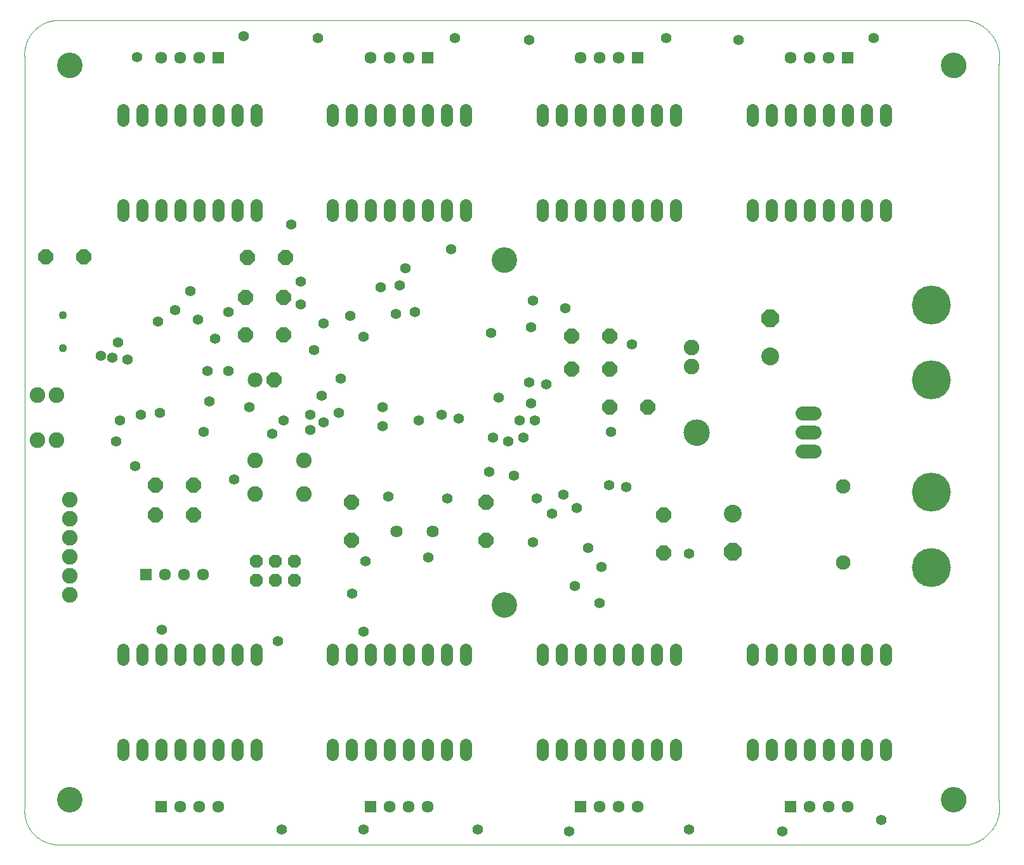
<source format=gbs>
G75*
%MOIN*%
%OFA0B0*%
%FSLAX25Y25*%
%IPPOS*%
%LPD*%
%AMOC8*
5,1,8,0,0,1.08239X$1,22.5*
%
%ADD10C,0.00000*%
%ADD11C,0.20485*%
%ADD12C,0.09400*%
%ADD13OC8,0.09400*%
%ADD14OC8,0.07800*%
%ADD15C,0.07600*%
%ADD16C,0.07200*%
%ADD17C,0.13800*%
%ADD18OC8,0.06940*%
%ADD19C,0.08200*%
%ADD20C,0.06400*%
%ADD21C,0.06350*%
%ADD22C,0.04343*%
%ADD23C,0.07800*%
%ADD24R,0.06350X0.06350*%
%ADD25C,0.06350*%
%ADD26C,0.13398*%
%ADD27C,0.05562*%
D10*
X0020337Y0001315D02*
X0500652Y0001315D01*
X0501127Y0001416D01*
X0501598Y0001528D01*
X0502068Y0001652D01*
X0502534Y0001787D01*
X0502996Y0001933D01*
X0503455Y0002090D01*
X0503910Y0002259D01*
X0504361Y0002438D01*
X0504807Y0002628D01*
X0505249Y0002829D01*
X0505685Y0003041D01*
X0506117Y0003263D01*
X0506542Y0003495D01*
X0506963Y0003737D01*
X0507377Y0003990D01*
X0507785Y0004253D01*
X0508186Y0004525D01*
X0508581Y0004807D01*
X0508969Y0005099D01*
X0509349Y0005399D01*
X0509722Y0005709D01*
X0510088Y0006028D01*
X0510446Y0006355D01*
X0510796Y0006691D01*
X0511138Y0007036D01*
X0511471Y0007389D01*
X0511795Y0007749D01*
X0512111Y0008117D01*
X0512418Y0008493D01*
X0512716Y0008876D01*
X0513004Y0009266D01*
X0513283Y0009663D01*
X0513552Y0010067D01*
X0513811Y0010477D01*
X0514060Y0010893D01*
X0514299Y0011315D01*
X0514528Y0011743D01*
X0514747Y0012176D01*
X0514955Y0012614D01*
X0515152Y0013058D01*
X0515339Y0013505D01*
X0515514Y0013958D01*
X0515679Y0014414D01*
X0515833Y0014874D01*
X0515975Y0015338D01*
X0516106Y0015805D01*
X0516226Y0016275D01*
X0516335Y0016748D01*
X0516432Y0017223D01*
X0516517Y0017701D01*
X0516591Y0018180D01*
X0516653Y0018661D01*
X0516704Y0019144D01*
X0516743Y0019627D01*
X0516770Y0020112D01*
X0516786Y0020597D01*
X0516790Y0021082D01*
X0516782Y0021567D01*
X0516762Y0022051D01*
X0516731Y0022536D01*
X0516688Y0023019D01*
X0516634Y0023501D01*
X0516567Y0023981D01*
X0516490Y0024460D01*
X0516400Y0024937D01*
X0516400Y0410764D01*
X0516490Y0411241D01*
X0516567Y0411720D01*
X0516634Y0412200D01*
X0516688Y0412682D01*
X0516731Y0413165D01*
X0516762Y0413650D01*
X0516782Y0414134D01*
X0516790Y0414619D01*
X0516786Y0415104D01*
X0516770Y0415589D01*
X0516743Y0416074D01*
X0516704Y0416557D01*
X0516653Y0417040D01*
X0516591Y0417521D01*
X0516517Y0418000D01*
X0516432Y0418478D01*
X0516335Y0418953D01*
X0516226Y0419426D01*
X0516106Y0419896D01*
X0515975Y0420363D01*
X0515833Y0420827D01*
X0515679Y0421287D01*
X0515514Y0421743D01*
X0515339Y0422196D01*
X0515152Y0422643D01*
X0514955Y0423087D01*
X0514747Y0423525D01*
X0514528Y0423958D01*
X0514299Y0424386D01*
X0514060Y0424808D01*
X0513811Y0425224D01*
X0513552Y0425634D01*
X0513283Y0426038D01*
X0513004Y0426435D01*
X0512716Y0426825D01*
X0512418Y0427208D01*
X0512111Y0427584D01*
X0511795Y0427952D01*
X0511471Y0428312D01*
X0511138Y0428665D01*
X0510796Y0429010D01*
X0510446Y0429346D01*
X0510088Y0429673D01*
X0509722Y0429992D01*
X0509349Y0430302D01*
X0508969Y0430602D01*
X0508581Y0430894D01*
X0508186Y0431176D01*
X0507785Y0431448D01*
X0507377Y0431711D01*
X0506963Y0431964D01*
X0506542Y0432206D01*
X0506117Y0432438D01*
X0505685Y0432660D01*
X0505249Y0432872D01*
X0504807Y0433073D01*
X0504361Y0433263D01*
X0503910Y0433442D01*
X0503455Y0433611D01*
X0502996Y0433768D01*
X0502534Y0433914D01*
X0502068Y0434049D01*
X0501598Y0434173D01*
X0501127Y0434285D01*
X0500652Y0434386D01*
X0020337Y0434386D01*
X0019903Y0434332D01*
X0019470Y0434268D01*
X0019039Y0434193D01*
X0018610Y0434108D01*
X0018184Y0434012D01*
X0017759Y0433905D01*
X0017338Y0433789D01*
X0016919Y0433661D01*
X0016503Y0433524D01*
X0016092Y0433377D01*
X0015683Y0433219D01*
X0015279Y0433052D01*
X0014879Y0432874D01*
X0014484Y0432687D01*
X0014093Y0432490D01*
X0013707Y0432284D01*
X0013327Y0432068D01*
X0012951Y0431843D01*
X0012582Y0431609D01*
X0012218Y0431366D01*
X0011861Y0431114D01*
X0011509Y0430853D01*
X0011164Y0430584D01*
X0010826Y0430306D01*
X0010495Y0430021D01*
X0010171Y0429727D01*
X0009854Y0429425D01*
X0009545Y0429116D01*
X0009243Y0428799D01*
X0008949Y0428474D01*
X0008664Y0428143D01*
X0008386Y0427805D01*
X0008117Y0427460D01*
X0007857Y0427108D01*
X0007605Y0426751D01*
X0007362Y0426387D01*
X0007128Y0426017D01*
X0006903Y0425642D01*
X0006687Y0425261D01*
X0006481Y0424875D01*
X0006285Y0424484D01*
X0006098Y0424089D01*
X0005920Y0423689D01*
X0005753Y0423285D01*
X0005596Y0422876D01*
X0005448Y0422464D01*
X0005311Y0422049D01*
X0005184Y0421630D01*
X0005068Y0421209D01*
X0004962Y0420784D01*
X0004866Y0420357D01*
X0004780Y0419928D01*
X0004706Y0419497D01*
X0004642Y0419064D01*
X0004588Y0418630D01*
X0004545Y0418195D01*
X0004513Y0417758D01*
X0004492Y0417321D01*
X0004481Y0416884D01*
X0004481Y0416446D01*
X0004492Y0416009D01*
X0004514Y0415572D01*
X0004546Y0415136D01*
X0004589Y0414700D01*
X0004589Y0414701D02*
X0004589Y0021000D01*
X0004546Y0020564D01*
X0004514Y0020128D01*
X0004492Y0019691D01*
X0004481Y0019254D01*
X0004481Y0018816D01*
X0004492Y0018379D01*
X0004513Y0017942D01*
X0004545Y0017505D01*
X0004588Y0017070D01*
X0004642Y0016636D01*
X0004706Y0016203D01*
X0004780Y0015772D01*
X0004866Y0015343D01*
X0004962Y0014916D01*
X0005068Y0014491D01*
X0005184Y0014070D01*
X0005311Y0013651D01*
X0005448Y0013236D01*
X0005596Y0012824D01*
X0005753Y0012415D01*
X0005920Y0012011D01*
X0006098Y0011611D01*
X0006285Y0011216D01*
X0006481Y0010825D01*
X0006687Y0010439D01*
X0006903Y0010058D01*
X0007128Y0009683D01*
X0007362Y0009313D01*
X0007605Y0008949D01*
X0007857Y0008592D01*
X0008117Y0008240D01*
X0008386Y0007895D01*
X0008664Y0007557D01*
X0008949Y0007226D01*
X0009243Y0006901D01*
X0009545Y0006584D01*
X0009854Y0006275D01*
X0010171Y0005973D01*
X0010495Y0005679D01*
X0010826Y0005394D01*
X0011164Y0005116D01*
X0011509Y0004847D01*
X0011861Y0004586D01*
X0012218Y0004334D01*
X0012582Y0004091D01*
X0012951Y0003857D01*
X0013327Y0003632D01*
X0013707Y0003416D01*
X0014093Y0003210D01*
X0014484Y0003013D01*
X0014879Y0002826D01*
X0015279Y0002648D01*
X0015683Y0002481D01*
X0016092Y0002323D01*
X0016503Y0002176D01*
X0016919Y0002039D01*
X0017338Y0001911D01*
X0017759Y0001795D01*
X0018184Y0001688D01*
X0018610Y0001592D01*
X0019039Y0001507D01*
X0019470Y0001432D01*
X0019903Y0001368D01*
X0020337Y0001314D01*
X0021912Y0024937D02*
X0021914Y0025095D01*
X0021920Y0025253D01*
X0021930Y0025411D01*
X0021944Y0025569D01*
X0021962Y0025726D01*
X0021983Y0025883D01*
X0022009Y0026039D01*
X0022039Y0026195D01*
X0022072Y0026350D01*
X0022110Y0026503D01*
X0022151Y0026656D01*
X0022196Y0026808D01*
X0022245Y0026959D01*
X0022298Y0027108D01*
X0022354Y0027256D01*
X0022414Y0027402D01*
X0022478Y0027547D01*
X0022546Y0027690D01*
X0022617Y0027832D01*
X0022691Y0027972D01*
X0022769Y0028109D01*
X0022851Y0028245D01*
X0022935Y0028379D01*
X0023024Y0028510D01*
X0023115Y0028639D01*
X0023210Y0028766D01*
X0023307Y0028891D01*
X0023408Y0029013D01*
X0023512Y0029132D01*
X0023619Y0029249D01*
X0023729Y0029363D01*
X0023842Y0029474D01*
X0023957Y0029583D01*
X0024075Y0029688D01*
X0024196Y0029790D01*
X0024319Y0029890D01*
X0024445Y0029986D01*
X0024573Y0030079D01*
X0024703Y0030169D01*
X0024836Y0030255D01*
X0024971Y0030339D01*
X0025107Y0030418D01*
X0025246Y0030495D01*
X0025387Y0030567D01*
X0025529Y0030637D01*
X0025673Y0030702D01*
X0025819Y0030764D01*
X0025966Y0030822D01*
X0026115Y0030877D01*
X0026265Y0030928D01*
X0026416Y0030975D01*
X0026568Y0031018D01*
X0026721Y0031057D01*
X0026876Y0031093D01*
X0027031Y0031124D01*
X0027187Y0031152D01*
X0027343Y0031176D01*
X0027500Y0031196D01*
X0027658Y0031212D01*
X0027815Y0031224D01*
X0027974Y0031232D01*
X0028132Y0031236D01*
X0028290Y0031236D01*
X0028448Y0031232D01*
X0028607Y0031224D01*
X0028764Y0031212D01*
X0028922Y0031196D01*
X0029079Y0031176D01*
X0029235Y0031152D01*
X0029391Y0031124D01*
X0029546Y0031093D01*
X0029701Y0031057D01*
X0029854Y0031018D01*
X0030006Y0030975D01*
X0030157Y0030928D01*
X0030307Y0030877D01*
X0030456Y0030822D01*
X0030603Y0030764D01*
X0030749Y0030702D01*
X0030893Y0030637D01*
X0031035Y0030567D01*
X0031176Y0030495D01*
X0031315Y0030418D01*
X0031451Y0030339D01*
X0031586Y0030255D01*
X0031719Y0030169D01*
X0031849Y0030079D01*
X0031977Y0029986D01*
X0032103Y0029890D01*
X0032226Y0029790D01*
X0032347Y0029688D01*
X0032465Y0029583D01*
X0032580Y0029474D01*
X0032693Y0029363D01*
X0032803Y0029249D01*
X0032910Y0029132D01*
X0033014Y0029013D01*
X0033115Y0028891D01*
X0033212Y0028766D01*
X0033307Y0028639D01*
X0033398Y0028510D01*
X0033487Y0028379D01*
X0033571Y0028245D01*
X0033653Y0028109D01*
X0033731Y0027972D01*
X0033805Y0027832D01*
X0033876Y0027690D01*
X0033944Y0027547D01*
X0034008Y0027402D01*
X0034068Y0027256D01*
X0034124Y0027108D01*
X0034177Y0026959D01*
X0034226Y0026808D01*
X0034271Y0026656D01*
X0034312Y0026503D01*
X0034350Y0026350D01*
X0034383Y0026195D01*
X0034413Y0026039D01*
X0034439Y0025883D01*
X0034460Y0025726D01*
X0034478Y0025569D01*
X0034492Y0025411D01*
X0034502Y0025253D01*
X0034508Y0025095D01*
X0034510Y0024937D01*
X0034508Y0024779D01*
X0034502Y0024621D01*
X0034492Y0024463D01*
X0034478Y0024305D01*
X0034460Y0024148D01*
X0034439Y0023991D01*
X0034413Y0023835D01*
X0034383Y0023679D01*
X0034350Y0023524D01*
X0034312Y0023371D01*
X0034271Y0023218D01*
X0034226Y0023066D01*
X0034177Y0022915D01*
X0034124Y0022766D01*
X0034068Y0022618D01*
X0034008Y0022472D01*
X0033944Y0022327D01*
X0033876Y0022184D01*
X0033805Y0022042D01*
X0033731Y0021902D01*
X0033653Y0021765D01*
X0033571Y0021629D01*
X0033487Y0021495D01*
X0033398Y0021364D01*
X0033307Y0021235D01*
X0033212Y0021108D01*
X0033115Y0020983D01*
X0033014Y0020861D01*
X0032910Y0020742D01*
X0032803Y0020625D01*
X0032693Y0020511D01*
X0032580Y0020400D01*
X0032465Y0020291D01*
X0032347Y0020186D01*
X0032226Y0020084D01*
X0032103Y0019984D01*
X0031977Y0019888D01*
X0031849Y0019795D01*
X0031719Y0019705D01*
X0031586Y0019619D01*
X0031451Y0019535D01*
X0031315Y0019456D01*
X0031176Y0019379D01*
X0031035Y0019307D01*
X0030893Y0019237D01*
X0030749Y0019172D01*
X0030603Y0019110D01*
X0030456Y0019052D01*
X0030307Y0018997D01*
X0030157Y0018946D01*
X0030006Y0018899D01*
X0029854Y0018856D01*
X0029701Y0018817D01*
X0029546Y0018781D01*
X0029391Y0018750D01*
X0029235Y0018722D01*
X0029079Y0018698D01*
X0028922Y0018678D01*
X0028764Y0018662D01*
X0028607Y0018650D01*
X0028448Y0018642D01*
X0028290Y0018638D01*
X0028132Y0018638D01*
X0027974Y0018642D01*
X0027815Y0018650D01*
X0027658Y0018662D01*
X0027500Y0018678D01*
X0027343Y0018698D01*
X0027187Y0018722D01*
X0027031Y0018750D01*
X0026876Y0018781D01*
X0026721Y0018817D01*
X0026568Y0018856D01*
X0026416Y0018899D01*
X0026265Y0018946D01*
X0026115Y0018997D01*
X0025966Y0019052D01*
X0025819Y0019110D01*
X0025673Y0019172D01*
X0025529Y0019237D01*
X0025387Y0019307D01*
X0025246Y0019379D01*
X0025107Y0019456D01*
X0024971Y0019535D01*
X0024836Y0019619D01*
X0024703Y0019705D01*
X0024573Y0019795D01*
X0024445Y0019888D01*
X0024319Y0019984D01*
X0024196Y0020084D01*
X0024075Y0020186D01*
X0023957Y0020291D01*
X0023842Y0020400D01*
X0023729Y0020511D01*
X0023619Y0020625D01*
X0023512Y0020742D01*
X0023408Y0020861D01*
X0023307Y0020983D01*
X0023210Y0021108D01*
X0023115Y0021235D01*
X0023024Y0021364D01*
X0022935Y0021495D01*
X0022851Y0021629D01*
X0022769Y0021765D01*
X0022691Y0021902D01*
X0022617Y0022042D01*
X0022546Y0022184D01*
X0022478Y0022327D01*
X0022414Y0022472D01*
X0022354Y0022618D01*
X0022298Y0022766D01*
X0022245Y0022915D01*
X0022196Y0023066D01*
X0022151Y0023218D01*
X0022110Y0023371D01*
X0022072Y0023524D01*
X0022039Y0023679D01*
X0022009Y0023835D01*
X0021983Y0023991D01*
X0021962Y0024148D01*
X0021944Y0024305D01*
X0021930Y0024463D01*
X0021920Y0024621D01*
X0021914Y0024779D01*
X0021912Y0024937D01*
X0250258Y0127299D02*
X0250260Y0127457D01*
X0250266Y0127615D01*
X0250276Y0127773D01*
X0250290Y0127931D01*
X0250308Y0128088D01*
X0250329Y0128245D01*
X0250355Y0128401D01*
X0250385Y0128557D01*
X0250418Y0128712D01*
X0250456Y0128865D01*
X0250497Y0129018D01*
X0250542Y0129170D01*
X0250591Y0129321D01*
X0250644Y0129470D01*
X0250700Y0129618D01*
X0250760Y0129764D01*
X0250824Y0129909D01*
X0250892Y0130052D01*
X0250963Y0130194D01*
X0251037Y0130334D01*
X0251115Y0130471D01*
X0251197Y0130607D01*
X0251281Y0130741D01*
X0251370Y0130872D01*
X0251461Y0131001D01*
X0251556Y0131128D01*
X0251653Y0131253D01*
X0251754Y0131375D01*
X0251858Y0131494D01*
X0251965Y0131611D01*
X0252075Y0131725D01*
X0252188Y0131836D01*
X0252303Y0131945D01*
X0252421Y0132050D01*
X0252542Y0132152D01*
X0252665Y0132252D01*
X0252791Y0132348D01*
X0252919Y0132441D01*
X0253049Y0132531D01*
X0253182Y0132617D01*
X0253317Y0132701D01*
X0253453Y0132780D01*
X0253592Y0132857D01*
X0253733Y0132929D01*
X0253875Y0132999D01*
X0254019Y0133064D01*
X0254165Y0133126D01*
X0254312Y0133184D01*
X0254461Y0133239D01*
X0254611Y0133290D01*
X0254762Y0133337D01*
X0254914Y0133380D01*
X0255067Y0133419D01*
X0255222Y0133455D01*
X0255377Y0133486D01*
X0255533Y0133514D01*
X0255689Y0133538D01*
X0255846Y0133558D01*
X0256004Y0133574D01*
X0256161Y0133586D01*
X0256320Y0133594D01*
X0256478Y0133598D01*
X0256636Y0133598D01*
X0256794Y0133594D01*
X0256953Y0133586D01*
X0257110Y0133574D01*
X0257268Y0133558D01*
X0257425Y0133538D01*
X0257581Y0133514D01*
X0257737Y0133486D01*
X0257892Y0133455D01*
X0258047Y0133419D01*
X0258200Y0133380D01*
X0258352Y0133337D01*
X0258503Y0133290D01*
X0258653Y0133239D01*
X0258802Y0133184D01*
X0258949Y0133126D01*
X0259095Y0133064D01*
X0259239Y0132999D01*
X0259381Y0132929D01*
X0259522Y0132857D01*
X0259661Y0132780D01*
X0259797Y0132701D01*
X0259932Y0132617D01*
X0260065Y0132531D01*
X0260195Y0132441D01*
X0260323Y0132348D01*
X0260449Y0132252D01*
X0260572Y0132152D01*
X0260693Y0132050D01*
X0260811Y0131945D01*
X0260926Y0131836D01*
X0261039Y0131725D01*
X0261149Y0131611D01*
X0261256Y0131494D01*
X0261360Y0131375D01*
X0261461Y0131253D01*
X0261558Y0131128D01*
X0261653Y0131001D01*
X0261744Y0130872D01*
X0261833Y0130741D01*
X0261917Y0130607D01*
X0261999Y0130471D01*
X0262077Y0130334D01*
X0262151Y0130194D01*
X0262222Y0130052D01*
X0262290Y0129909D01*
X0262354Y0129764D01*
X0262414Y0129618D01*
X0262470Y0129470D01*
X0262523Y0129321D01*
X0262572Y0129170D01*
X0262617Y0129018D01*
X0262658Y0128865D01*
X0262696Y0128712D01*
X0262729Y0128557D01*
X0262759Y0128401D01*
X0262785Y0128245D01*
X0262806Y0128088D01*
X0262824Y0127931D01*
X0262838Y0127773D01*
X0262848Y0127615D01*
X0262854Y0127457D01*
X0262856Y0127299D01*
X0262854Y0127141D01*
X0262848Y0126983D01*
X0262838Y0126825D01*
X0262824Y0126667D01*
X0262806Y0126510D01*
X0262785Y0126353D01*
X0262759Y0126197D01*
X0262729Y0126041D01*
X0262696Y0125886D01*
X0262658Y0125733D01*
X0262617Y0125580D01*
X0262572Y0125428D01*
X0262523Y0125277D01*
X0262470Y0125128D01*
X0262414Y0124980D01*
X0262354Y0124834D01*
X0262290Y0124689D01*
X0262222Y0124546D01*
X0262151Y0124404D01*
X0262077Y0124264D01*
X0261999Y0124127D01*
X0261917Y0123991D01*
X0261833Y0123857D01*
X0261744Y0123726D01*
X0261653Y0123597D01*
X0261558Y0123470D01*
X0261461Y0123345D01*
X0261360Y0123223D01*
X0261256Y0123104D01*
X0261149Y0122987D01*
X0261039Y0122873D01*
X0260926Y0122762D01*
X0260811Y0122653D01*
X0260693Y0122548D01*
X0260572Y0122446D01*
X0260449Y0122346D01*
X0260323Y0122250D01*
X0260195Y0122157D01*
X0260065Y0122067D01*
X0259932Y0121981D01*
X0259797Y0121897D01*
X0259661Y0121818D01*
X0259522Y0121741D01*
X0259381Y0121669D01*
X0259239Y0121599D01*
X0259095Y0121534D01*
X0258949Y0121472D01*
X0258802Y0121414D01*
X0258653Y0121359D01*
X0258503Y0121308D01*
X0258352Y0121261D01*
X0258200Y0121218D01*
X0258047Y0121179D01*
X0257892Y0121143D01*
X0257737Y0121112D01*
X0257581Y0121084D01*
X0257425Y0121060D01*
X0257268Y0121040D01*
X0257110Y0121024D01*
X0256953Y0121012D01*
X0256794Y0121004D01*
X0256636Y0121000D01*
X0256478Y0121000D01*
X0256320Y0121004D01*
X0256161Y0121012D01*
X0256004Y0121024D01*
X0255846Y0121040D01*
X0255689Y0121060D01*
X0255533Y0121084D01*
X0255377Y0121112D01*
X0255222Y0121143D01*
X0255067Y0121179D01*
X0254914Y0121218D01*
X0254762Y0121261D01*
X0254611Y0121308D01*
X0254461Y0121359D01*
X0254312Y0121414D01*
X0254165Y0121472D01*
X0254019Y0121534D01*
X0253875Y0121599D01*
X0253733Y0121669D01*
X0253592Y0121741D01*
X0253453Y0121818D01*
X0253317Y0121897D01*
X0253182Y0121981D01*
X0253049Y0122067D01*
X0252919Y0122157D01*
X0252791Y0122250D01*
X0252665Y0122346D01*
X0252542Y0122446D01*
X0252421Y0122548D01*
X0252303Y0122653D01*
X0252188Y0122762D01*
X0252075Y0122873D01*
X0251965Y0122987D01*
X0251858Y0123104D01*
X0251754Y0123223D01*
X0251653Y0123345D01*
X0251556Y0123470D01*
X0251461Y0123597D01*
X0251370Y0123726D01*
X0251281Y0123857D01*
X0251197Y0123991D01*
X0251115Y0124127D01*
X0251037Y0124264D01*
X0250963Y0124404D01*
X0250892Y0124546D01*
X0250824Y0124689D01*
X0250760Y0124834D01*
X0250700Y0124980D01*
X0250644Y0125128D01*
X0250591Y0125277D01*
X0250542Y0125428D01*
X0250497Y0125580D01*
X0250456Y0125733D01*
X0250418Y0125886D01*
X0250385Y0126041D01*
X0250355Y0126197D01*
X0250329Y0126353D01*
X0250308Y0126510D01*
X0250290Y0126667D01*
X0250276Y0126825D01*
X0250266Y0126983D01*
X0250260Y0127141D01*
X0250258Y0127299D01*
X0351136Y0217654D02*
X0351138Y0217815D01*
X0351144Y0217975D01*
X0351154Y0218136D01*
X0351168Y0218296D01*
X0351186Y0218456D01*
X0351207Y0218615D01*
X0351233Y0218774D01*
X0351263Y0218932D01*
X0351296Y0219089D01*
X0351334Y0219246D01*
X0351375Y0219401D01*
X0351420Y0219555D01*
X0351469Y0219708D01*
X0351522Y0219860D01*
X0351578Y0220011D01*
X0351639Y0220160D01*
X0351702Y0220308D01*
X0351770Y0220454D01*
X0351841Y0220598D01*
X0351915Y0220740D01*
X0351993Y0220881D01*
X0352075Y0221019D01*
X0352160Y0221156D01*
X0352248Y0221290D01*
X0352340Y0221422D01*
X0352435Y0221552D01*
X0352533Y0221680D01*
X0352634Y0221805D01*
X0352738Y0221927D01*
X0352845Y0222047D01*
X0352955Y0222164D01*
X0353068Y0222279D01*
X0353184Y0222390D01*
X0353303Y0222499D01*
X0353424Y0222604D01*
X0353548Y0222707D01*
X0353674Y0222807D01*
X0353802Y0222903D01*
X0353933Y0222996D01*
X0354067Y0223086D01*
X0354202Y0223173D01*
X0354340Y0223256D01*
X0354479Y0223336D01*
X0354621Y0223412D01*
X0354764Y0223485D01*
X0354909Y0223554D01*
X0355056Y0223620D01*
X0355204Y0223682D01*
X0355354Y0223740D01*
X0355505Y0223795D01*
X0355658Y0223846D01*
X0355812Y0223893D01*
X0355967Y0223936D01*
X0356123Y0223975D01*
X0356279Y0224011D01*
X0356437Y0224042D01*
X0356595Y0224070D01*
X0356754Y0224094D01*
X0356914Y0224114D01*
X0357074Y0224130D01*
X0357234Y0224142D01*
X0357395Y0224150D01*
X0357556Y0224154D01*
X0357716Y0224154D01*
X0357877Y0224150D01*
X0358038Y0224142D01*
X0358198Y0224130D01*
X0358358Y0224114D01*
X0358518Y0224094D01*
X0358677Y0224070D01*
X0358835Y0224042D01*
X0358993Y0224011D01*
X0359149Y0223975D01*
X0359305Y0223936D01*
X0359460Y0223893D01*
X0359614Y0223846D01*
X0359767Y0223795D01*
X0359918Y0223740D01*
X0360068Y0223682D01*
X0360216Y0223620D01*
X0360363Y0223554D01*
X0360508Y0223485D01*
X0360651Y0223412D01*
X0360793Y0223336D01*
X0360932Y0223256D01*
X0361070Y0223173D01*
X0361205Y0223086D01*
X0361339Y0222996D01*
X0361470Y0222903D01*
X0361598Y0222807D01*
X0361724Y0222707D01*
X0361848Y0222604D01*
X0361969Y0222499D01*
X0362088Y0222390D01*
X0362204Y0222279D01*
X0362317Y0222164D01*
X0362427Y0222047D01*
X0362534Y0221927D01*
X0362638Y0221805D01*
X0362739Y0221680D01*
X0362837Y0221552D01*
X0362932Y0221422D01*
X0363024Y0221290D01*
X0363112Y0221156D01*
X0363197Y0221019D01*
X0363279Y0220881D01*
X0363357Y0220740D01*
X0363431Y0220598D01*
X0363502Y0220454D01*
X0363570Y0220308D01*
X0363633Y0220160D01*
X0363694Y0220011D01*
X0363750Y0219860D01*
X0363803Y0219708D01*
X0363852Y0219555D01*
X0363897Y0219401D01*
X0363938Y0219246D01*
X0363976Y0219089D01*
X0364009Y0218932D01*
X0364039Y0218774D01*
X0364065Y0218615D01*
X0364086Y0218456D01*
X0364104Y0218296D01*
X0364118Y0218136D01*
X0364128Y0217975D01*
X0364134Y0217815D01*
X0364136Y0217654D01*
X0364134Y0217493D01*
X0364128Y0217333D01*
X0364118Y0217172D01*
X0364104Y0217012D01*
X0364086Y0216852D01*
X0364065Y0216693D01*
X0364039Y0216534D01*
X0364009Y0216376D01*
X0363976Y0216219D01*
X0363938Y0216062D01*
X0363897Y0215907D01*
X0363852Y0215753D01*
X0363803Y0215600D01*
X0363750Y0215448D01*
X0363694Y0215297D01*
X0363633Y0215148D01*
X0363570Y0215000D01*
X0363502Y0214854D01*
X0363431Y0214710D01*
X0363357Y0214568D01*
X0363279Y0214427D01*
X0363197Y0214289D01*
X0363112Y0214152D01*
X0363024Y0214018D01*
X0362932Y0213886D01*
X0362837Y0213756D01*
X0362739Y0213628D01*
X0362638Y0213503D01*
X0362534Y0213381D01*
X0362427Y0213261D01*
X0362317Y0213144D01*
X0362204Y0213029D01*
X0362088Y0212918D01*
X0361969Y0212809D01*
X0361848Y0212704D01*
X0361724Y0212601D01*
X0361598Y0212501D01*
X0361470Y0212405D01*
X0361339Y0212312D01*
X0361205Y0212222D01*
X0361070Y0212135D01*
X0360932Y0212052D01*
X0360793Y0211972D01*
X0360651Y0211896D01*
X0360508Y0211823D01*
X0360363Y0211754D01*
X0360216Y0211688D01*
X0360068Y0211626D01*
X0359918Y0211568D01*
X0359767Y0211513D01*
X0359614Y0211462D01*
X0359460Y0211415D01*
X0359305Y0211372D01*
X0359149Y0211333D01*
X0358993Y0211297D01*
X0358835Y0211266D01*
X0358677Y0211238D01*
X0358518Y0211214D01*
X0358358Y0211194D01*
X0358198Y0211178D01*
X0358038Y0211166D01*
X0357877Y0211158D01*
X0357716Y0211154D01*
X0357556Y0211154D01*
X0357395Y0211158D01*
X0357234Y0211166D01*
X0357074Y0211178D01*
X0356914Y0211194D01*
X0356754Y0211214D01*
X0356595Y0211238D01*
X0356437Y0211266D01*
X0356279Y0211297D01*
X0356123Y0211333D01*
X0355967Y0211372D01*
X0355812Y0211415D01*
X0355658Y0211462D01*
X0355505Y0211513D01*
X0355354Y0211568D01*
X0355204Y0211626D01*
X0355056Y0211688D01*
X0354909Y0211754D01*
X0354764Y0211823D01*
X0354621Y0211896D01*
X0354479Y0211972D01*
X0354340Y0212052D01*
X0354202Y0212135D01*
X0354067Y0212222D01*
X0353933Y0212312D01*
X0353802Y0212405D01*
X0353674Y0212501D01*
X0353548Y0212601D01*
X0353424Y0212704D01*
X0353303Y0212809D01*
X0353184Y0212918D01*
X0353068Y0213029D01*
X0352955Y0213144D01*
X0352845Y0213261D01*
X0352738Y0213381D01*
X0352634Y0213503D01*
X0352533Y0213628D01*
X0352435Y0213756D01*
X0352340Y0213886D01*
X0352248Y0214018D01*
X0352160Y0214152D01*
X0352075Y0214289D01*
X0351993Y0214427D01*
X0351915Y0214568D01*
X0351841Y0214710D01*
X0351770Y0214854D01*
X0351702Y0215000D01*
X0351639Y0215148D01*
X0351578Y0215297D01*
X0351522Y0215448D01*
X0351469Y0215600D01*
X0351420Y0215753D01*
X0351375Y0215907D01*
X0351334Y0216062D01*
X0351296Y0216219D01*
X0351263Y0216376D01*
X0351233Y0216534D01*
X0351207Y0216693D01*
X0351186Y0216852D01*
X0351168Y0217012D01*
X0351154Y0217172D01*
X0351144Y0217333D01*
X0351138Y0217493D01*
X0351136Y0217654D01*
X0250258Y0308402D02*
X0250260Y0308560D01*
X0250266Y0308718D01*
X0250276Y0308876D01*
X0250290Y0309034D01*
X0250308Y0309191D01*
X0250329Y0309348D01*
X0250355Y0309504D01*
X0250385Y0309660D01*
X0250418Y0309815D01*
X0250456Y0309968D01*
X0250497Y0310121D01*
X0250542Y0310273D01*
X0250591Y0310424D01*
X0250644Y0310573D01*
X0250700Y0310721D01*
X0250760Y0310867D01*
X0250824Y0311012D01*
X0250892Y0311155D01*
X0250963Y0311297D01*
X0251037Y0311437D01*
X0251115Y0311574D01*
X0251197Y0311710D01*
X0251281Y0311844D01*
X0251370Y0311975D01*
X0251461Y0312104D01*
X0251556Y0312231D01*
X0251653Y0312356D01*
X0251754Y0312478D01*
X0251858Y0312597D01*
X0251965Y0312714D01*
X0252075Y0312828D01*
X0252188Y0312939D01*
X0252303Y0313048D01*
X0252421Y0313153D01*
X0252542Y0313255D01*
X0252665Y0313355D01*
X0252791Y0313451D01*
X0252919Y0313544D01*
X0253049Y0313634D01*
X0253182Y0313720D01*
X0253317Y0313804D01*
X0253453Y0313883D01*
X0253592Y0313960D01*
X0253733Y0314032D01*
X0253875Y0314102D01*
X0254019Y0314167D01*
X0254165Y0314229D01*
X0254312Y0314287D01*
X0254461Y0314342D01*
X0254611Y0314393D01*
X0254762Y0314440D01*
X0254914Y0314483D01*
X0255067Y0314522D01*
X0255222Y0314558D01*
X0255377Y0314589D01*
X0255533Y0314617D01*
X0255689Y0314641D01*
X0255846Y0314661D01*
X0256004Y0314677D01*
X0256161Y0314689D01*
X0256320Y0314697D01*
X0256478Y0314701D01*
X0256636Y0314701D01*
X0256794Y0314697D01*
X0256953Y0314689D01*
X0257110Y0314677D01*
X0257268Y0314661D01*
X0257425Y0314641D01*
X0257581Y0314617D01*
X0257737Y0314589D01*
X0257892Y0314558D01*
X0258047Y0314522D01*
X0258200Y0314483D01*
X0258352Y0314440D01*
X0258503Y0314393D01*
X0258653Y0314342D01*
X0258802Y0314287D01*
X0258949Y0314229D01*
X0259095Y0314167D01*
X0259239Y0314102D01*
X0259381Y0314032D01*
X0259522Y0313960D01*
X0259661Y0313883D01*
X0259797Y0313804D01*
X0259932Y0313720D01*
X0260065Y0313634D01*
X0260195Y0313544D01*
X0260323Y0313451D01*
X0260449Y0313355D01*
X0260572Y0313255D01*
X0260693Y0313153D01*
X0260811Y0313048D01*
X0260926Y0312939D01*
X0261039Y0312828D01*
X0261149Y0312714D01*
X0261256Y0312597D01*
X0261360Y0312478D01*
X0261461Y0312356D01*
X0261558Y0312231D01*
X0261653Y0312104D01*
X0261744Y0311975D01*
X0261833Y0311844D01*
X0261917Y0311710D01*
X0261999Y0311574D01*
X0262077Y0311437D01*
X0262151Y0311297D01*
X0262222Y0311155D01*
X0262290Y0311012D01*
X0262354Y0310867D01*
X0262414Y0310721D01*
X0262470Y0310573D01*
X0262523Y0310424D01*
X0262572Y0310273D01*
X0262617Y0310121D01*
X0262658Y0309968D01*
X0262696Y0309815D01*
X0262729Y0309660D01*
X0262759Y0309504D01*
X0262785Y0309348D01*
X0262806Y0309191D01*
X0262824Y0309034D01*
X0262838Y0308876D01*
X0262848Y0308718D01*
X0262854Y0308560D01*
X0262856Y0308402D01*
X0262854Y0308244D01*
X0262848Y0308086D01*
X0262838Y0307928D01*
X0262824Y0307770D01*
X0262806Y0307613D01*
X0262785Y0307456D01*
X0262759Y0307300D01*
X0262729Y0307144D01*
X0262696Y0306989D01*
X0262658Y0306836D01*
X0262617Y0306683D01*
X0262572Y0306531D01*
X0262523Y0306380D01*
X0262470Y0306231D01*
X0262414Y0306083D01*
X0262354Y0305937D01*
X0262290Y0305792D01*
X0262222Y0305649D01*
X0262151Y0305507D01*
X0262077Y0305367D01*
X0261999Y0305230D01*
X0261917Y0305094D01*
X0261833Y0304960D01*
X0261744Y0304829D01*
X0261653Y0304700D01*
X0261558Y0304573D01*
X0261461Y0304448D01*
X0261360Y0304326D01*
X0261256Y0304207D01*
X0261149Y0304090D01*
X0261039Y0303976D01*
X0260926Y0303865D01*
X0260811Y0303756D01*
X0260693Y0303651D01*
X0260572Y0303549D01*
X0260449Y0303449D01*
X0260323Y0303353D01*
X0260195Y0303260D01*
X0260065Y0303170D01*
X0259932Y0303084D01*
X0259797Y0303000D01*
X0259661Y0302921D01*
X0259522Y0302844D01*
X0259381Y0302772D01*
X0259239Y0302702D01*
X0259095Y0302637D01*
X0258949Y0302575D01*
X0258802Y0302517D01*
X0258653Y0302462D01*
X0258503Y0302411D01*
X0258352Y0302364D01*
X0258200Y0302321D01*
X0258047Y0302282D01*
X0257892Y0302246D01*
X0257737Y0302215D01*
X0257581Y0302187D01*
X0257425Y0302163D01*
X0257268Y0302143D01*
X0257110Y0302127D01*
X0256953Y0302115D01*
X0256794Y0302107D01*
X0256636Y0302103D01*
X0256478Y0302103D01*
X0256320Y0302107D01*
X0256161Y0302115D01*
X0256004Y0302127D01*
X0255846Y0302143D01*
X0255689Y0302163D01*
X0255533Y0302187D01*
X0255377Y0302215D01*
X0255222Y0302246D01*
X0255067Y0302282D01*
X0254914Y0302321D01*
X0254762Y0302364D01*
X0254611Y0302411D01*
X0254461Y0302462D01*
X0254312Y0302517D01*
X0254165Y0302575D01*
X0254019Y0302637D01*
X0253875Y0302702D01*
X0253733Y0302772D01*
X0253592Y0302844D01*
X0253453Y0302921D01*
X0253317Y0303000D01*
X0253182Y0303084D01*
X0253049Y0303170D01*
X0252919Y0303260D01*
X0252791Y0303353D01*
X0252665Y0303449D01*
X0252542Y0303549D01*
X0252421Y0303651D01*
X0252303Y0303756D01*
X0252188Y0303865D01*
X0252075Y0303976D01*
X0251965Y0304090D01*
X0251858Y0304207D01*
X0251754Y0304326D01*
X0251653Y0304448D01*
X0251556Y0304573D01*
X0251461Y0304700D01*
X0251370Y0304829D01*
X0251281Y0304960D01*
X0251197Y0305094D01*
X0251115Y0305230D01*
X0251037Y0305367D01*
X0250963Y0305507D01*
X0250892Y0305649D01*
X0250824Y0305792D01*
X0250760Y0305937D01*
X0250700Y0306083D01*
X0250644Y0306231D01*
X0250591Y0306380D01*
X0250542Y0306531D01*
X0250497Y0306683D01*
X0250456Y0306836D01*
X0250418Y0306989D01*
X0250385Y0307144D01*
X0250355Y0307300D01*
X0250329Y0307456D01*
X0250308Y0307613D01*
X0250290Y0307770D01*
X0250276Y0307928D01*
X0250266Y0308086D01*
X0250260Y0308244D01*
X0250258Y0308402D01*
X0021912Y0410764D02*
X0021914Y0410922D01*
X0021920Y0411080D01*
X0021930Y0411238D01*
X0021944Y0411396D01*
X0021962Y0411553D01*
X0021983Y0411710D01*
X0022009Y0411866D01*
X0022039Y0412022D01*
X0022072Y0412177D01*
X0022110Y0412330D01*
X0022151Y0412483D01*
X0022196Y0412635D01*
X0022245Y0412786D01*
X0022298Y0412935D01*
X0022354Y0413083D01*
X0022414Y0413229D01*
X0022478Y0413374D01*
X0022546Y0413517D01*
X0022617Y0413659D01*
X0022691Y0413799D01*
X0022769Y0413936D01*
X0022851Y0414072D01*
X0022935Y0414206D01*
X0023024Y0414337D01*
X0023115Y0414466D01*
X0023210Y0414593D01*
X0023307Y0414718D01*
X0023408Y0414840D01*
X0023512Y0414959D01*
X0023619Y0415076D01*
X0023729Y0415190D01*
X0023842Y0415301D01*
X0023957Y0415410D01*
X0024075Y0415515D01*
X0024196Y0415617D01*
X0024319Y0415717D01*
X0024445Y0415813D01*
X0024573Y0415906D01*
X0024703Y0415996D01*
X0024836Y0416082D01*
X0024971Y0416166D01*
X0025107Y0416245D01*
X0025246Y0416322D01*
X0025387Y0416394D01*
X0025529Y0416464D01*
X0025673Y0416529D01*
X0025819Y0416591D01*
X0025966Y0416649D01*
X0026115Y0416704D01*
X0026265Y0416755D01*
X0026416Y0416802D01*
X0026568Y0416845D01*
X0026721Y0416884D01*
X0026876Y0416920D01*
X0027031Y0416951D01*
X0027187Y0416979D01*
X0027343Y0417003D01*
X0027500Y0417023D01*
X0027658Y0417039D01*
X0027815Y0417051D01*
X0027974Y0417059D01*
X0028132Y0417063D01*
X0028290Y0417063D01*
X0028448Y0417059D01*
X0028607Y0417051D01*
X0028764Y0417039D01*
X0028922Y0417023D01*
X0029079Y0417003D01*
X0029235Y0416979D01*
X0029391Y0416951D01*
X0029546Y0416920D01*
X0029701Y0416884D01*
X0029854Y0416845D01*
X0030006Y0416802D01*
X0030157Y0416755D01*
X0030307Y0416704D01*
X0030456Y0416649D01*
X0030603Y0416591D01*
X0030749Y0416529D01*
X0030893Y0416464D01*
X0031035Y0416394D01*
X0031176Y0416322D01*
X0031315Y0416245D01*
X0031451Y0416166D01*
X0031586Y0416082D01*
X0031719Y0415996D01*
X0031849Y0415906D01*
X0031977Y0415813D01*
X0032103Y0415717D01*
X0032226Y0415617D01*
X0032347Y0415515D01*
X0032465Y0415410D01*
X0032580Y0415301D01*
X0032693Y0415190D01*
X0032803Y0415076D01*
X0032910Y0414959D01*
X0033014Y0414840D01*
X0033115Y0414718D01*
X0033212Y0414593D01*
X0033307Y0414466D01*
X0033398Y0414337D01*
X0033487Y0414206D01*
X0033571Y0414072D01*
X0033653Y0413936D01*
X0033731Y0413799D01*
X0033805Y0413659D01*
X0033876Y0413517D01*
X0033944Y0413374D01*
X0034008Y0413229D01*
X0034068Y0413083D01*
X0034124Y0412935D01*
X0034177Y0412786D01*
X0034226Y0412635D01*
X0034271Y0412483D01*
X0034312Y0412330D01*
X0034350Y0412177D01*
X0034383Y0412022D01*
X0034413Y0411866D01*
X0034439Y0411710D01*
X0034460Y0411553D01*
X0034478Y0411396D01*
X0034492Y0411238D01*
X0034502Y0411080D01*
X0034508Y0410922D01*
X0034510Y0410764D01*
X0034508Y0410606D01*
X0034502Y0410448D01*
X0034492Y0410290D01*
X0034478Y0410132D01*
X0034460Y0409975D01*
X0034439Y0409818D01*
X0034413Y0409662D01*
X0034383Y0409506D01*
X0034350Y0409351D01*
X0034312Y0409198D01*
X0034271Y0409045D01*
X0034226Y0408893D01*
X0034177Y0408742D01*
X0034124Y0408593D01*
X0034068Y0408445D01*
X0034008Y0408299D01*
X0033944Y0408154D01*
X0033876Y0408011D01*
X0033805Y0407869D01*
X0033731Y0407729D01*
X0033653Y0407592D01*
X0033571Y0407456D01*
X0033487Y0407322D01*
X0033398Y0407191D01*
X0033307Y0407062D01*
X0033212Y0406935D01*
X0033115Y0406810D01*
X0033014Y0406688D01*
X0032910Y0406569D01*
X0032803Y0406452D01*
X0032693Y0406338D01*
X0032580Y0406227D01*
X0032465Y0406118D01*
X0032347Y0406013D01*
X0032226Y0405911D01*
X0032103Y0405811D01*
X0031977Y0405715D01*
X0031849Y0405622D01*
X0031719Y0405532D01*
X0031586Y0405446D01*
X0031451Y0405362D01*
X0031315Y0405283D01*
X0031176Y0405206D01*
X0031035Y0405134D01*
X0030893Y0405064D01*
X0030749Y0404999D01*
X0030603Y0404937D01*
X0030456Y0404879D01*
X0030307Y0404824D01*
X0030157Y0404773D01*
X0030006Y0404726D01*
X0029854Y0404683D01*
X0029701Y0404644D01*
X0029546Y0404608D01*
X0029391Y0404577D01*
X0029235Y0404549D01*
X0029079Y0404525D01*
X0028922Y0404505D01*
X0028764Y0404489D01*
X0028607Y0404477D01*
X0028448Y0404469D01*
X0028290Y0404465D01*
X0028132Y0404465D01*
X0027974Y0404469D01*
X0027815Y0404477D01*
X0027658Y0404489D01*
X0027500Y0404505D01*
X0027343Y0404525D01*
X0027187Y0404549D01*
X0027031Y0404577D01*
X0026876Y0404608D01*
X0026721Y0404644D01*
X0026568Y0404683D01*
X0026416Y0404726D01*
X0026265Y0404773D01*
X0026115Y0404824D01*
X0025966Y0404879D01*
X0025819Y0404937D01*
X0025673Y0404999D01*
X0025529Y0405064D01*
X0025387Y0405134D01*
X0025246Y0405206D01*
X0025107Y0405283D01*
X0024971Y0405362D01*
X0024836Y0405446D01*
X0024703Y0405532D01*
X0024573Y0405622D01*
X0024445Y0405715D01*
X0024319Y0405811D01*
X0024196Y0405911D01*
X0024075Y0406013D01*
X0023957Y0406118D01*
X0023842Y0406227D01*
X0023729Y0406338D01*
X0023619Y0406452D01*
X0023512Y0406569D01*
X0023408Y0406688D01*
X0023307Y0406810D01*
X0023210Y0406935D01*
X0023115Y0407062D01*
X0023024Y0407191D01*
X0022935Y0407322D01*
X0022851Y0407456D01*
X0022769Y0407592D01*
X0022691Y0407729D01*
X0022617Y0407869D01*
X0022546Y0408011D01*
X0022478Y0408154D01*
X0022414Y0408299D01*
X0022354Y0408445D01*
X0022298Y0408593D01*
X0022245Y0408742D01*
X0022196Y0408893D01*
X0022151Y0409045D01*
X0022110Y0409198D01*
X0022072Y0409351D01*
X0022039Y0409506D01*
X0022009Y0409662D01*
X0021983Y0409818D01*
X0021962Y0409975D01*
X0021944Y0410132D01*
X0021930Y0410290D01*
X0021920Y0410448D01*
X0021914Y0410606D01*
X0021912Y0410764D01*
X0022856Y0279543D02*
X0022858Y0279627D01*
X0022864Y0279710D01*
X0022874Y0279793D01*
X0022888Y0279876D01*
X0022905Y0279958D01*
X0022927Y0280039D01*
X0022952Y0280118D01*
X0022981Y0280197D01*
X0023014Y0280274D01*
X0023050Y0280349D01*
X0023090Y0280423D01*
X0023133Y0280495D01*
X0023180Y0280564D01*
X0023230Y0280631D01*
X0023283Y0280696D01*
X0023339Y0280758D01*
X0023397Y0280818D01*
X0023459Y0280875D01*
X0023523Y0280928D01*
X0023590Y0280979D01*
X0023659Y0281026D01*
X0023730Y0281071D01*
X0023803Y0281111D01*
X0023878Y0281148D01*
X0023955Y0281182D01*
X0024033Y0281212D01*
X0024112Y0281238D01*
X0024193Y0281261D01*
X0024275Y0281279D01*
X0024357Y0281294D01*
X0024440Y0281305D01*
X0024523Y0281312D01*
X0024607Y0281315D01*
X0024691Y0281314D01*
X0024774Y0281309D01*
X0024858Y0281300D01*
X0024940Y0281287D01*
X0025022Y0281271D01*
X0025103Y0281250D01*
X0025184Y0281226D01*
X0025262Y0281198D01*
X0025340Y0281166D01*
X0025416Y0281130D01*
X0025490Y0281091D01*
X0025562Y0281049D01*
X0025632Y0281003D01*
X0025700Y0280954D01*
X0025765Y0280902D01*
X0025828Y0280847D01*
X0025888Y0280789D01*
X0025946Y0280728D01*
X0026000Y0280664D01*
X0026052Y0280598D01*
X0026100Y0280530D01*
X0026145Y0280459D01*
X0026186Y0280386D01*
X0026225Y0280312D01*
X0026259Y0280236D01*
X0026290Y0280158D01*
X0026317Y0280079D01*
X0026341Y0279998D01*
X0026360Y0279917D01*
X0026376Y0279835D01*
X0026388Y0279752D01*
X0026396Y0279668D01*
X0026400Y0279585D01*
X0026400Y0279501D01*
X0026396Y0279418D01*
X0026388Y0279334D01*
X0026376Y0279251D01*
X0026360Y0279169D01*
X0026341Y0279088D01*
X0026317Y0279007D01*
X0026290Y0278928D01*
X0026259Y0278850D01*
X0026225Y0278774D01*
X0026186Y0278700D01*
X0026145Y0278627D01*
X0026100Y0278556D01*
X0026052Y0278488D01*
X0026000Y0278422D01*
X0025946Y0278358D01*
X0025888Y0278297D01*
X0025828Y0278239D01*
X0025765Y0278184D01*
X0025700Y0278132D01*
X0025632Y0278083D01*
X0025562Y0278037D01*
X0025490Y0277995D01*
X0025416Y0277956D01*
X0025340Y0277920D01*
X0025262Y0277888D01*
X0025184Y0277860D01*
X0025103Y0277836D01*
X0025022Y0277815D01*
X0024940Y0277799D01*
X0024858Y0277786D01*
X0024774Y0277777D01*
X0024691Y0277772D01*
X0024607Y0277771D01*
X0024523Y0277774D01*
X0024440Y0277781D01*
X0024357Y0277792D01*
X0024275Y0277807D01*
X0024193Y0277825D01*
X0024112Y0277848D01*
X0024033Y0277874D01*
X0023955Y0277904D01*
X0023878Y0277938D01*
X0023803Y0277975D01*
X0023730Y0278015D01*
X0023659Y0278060D01*
X0023590Y0278107D01*
X0023523Y0278158D01*
X0023459Y0278211D01*
X0023397Y0278268D01*
X0023339Y0278328D01*
X0023283Y0278390D01*
X0023230Y0278455D01*
X0023180Y0278522D01*
X0023133Y0278591D01*
X0023090Y0278663D01*
X0023050Y0278737D01*
X0023014Y0278812D01*
X0022981Y0278889D01*
X0022952Y0278968D01*
X0022927Y0279047D01*
X0022905Y0279128D01*
X0022888Y0279210D01*
X0022874Y0279293D01*
X0022864Y0279376D01*
X0022858Y0279459D01*
X0022856Y0279543D01*
X0022856Y0262220D02*
X0022858Y0262304D01*
X0022864Y0262387D01*
X0022874Y0262470D01*
X0022888Y0262553D01*
X0022905Y0262635D01*
X0022927Y0262716D01*
X0022952Y0262795D01*
X0022981Y0262874D01*
X0023014Y0262951D01*
X0023050Y0263026D01*
X0023090Y0263100D01*
X0023133Y0263172D01*
X0023180Y0263241D01*
X0023230Y0263308D01*
X0023283Y0263373D01*
X0023339Y0263435D01*
X0023397Y0263495D01*
X0023459Y0263552D01*
X0023523Y0263605D01*
X0023590Y0263656D01*
X0023659Y0263703D01*
X0023730Y0263748D01*
X0023803Y0263788D01*
X0023878Y0263825D01*
X0023955Y0263859D01*
X0024033Y0263889D01*
X0024112Y0263915D01*
X0024193Y0263938D01*
X0024275Y0263956D01*
X0024357Y0263971D01*
X0024440Y0263982D01*
X0024523Y0263989D01*
X0024607Y0263992D01*
X0024691Y0263991D01*
X0024774Y0263986D01*
X0024858Y0263977D01*
X0024940Y0263964D01*
X0025022Y0263948D01*
X0025103Y0263927D01*
X0025184Y0263903D01*
X0025262Y0263875D01*
X0025340Y0263843D01*
X0025416Y0263807D01*
X0025490Y0263768D01*
X0025562Y0263726D01*
X0025632Y0263680D01*
X0025700Y0263631D01*
X0025765Y0263579D01*
X0025828Y0263524D01*
X0025888Y0263466D01*
X0025946Y0263405D01*
X0026000Y0263341D01*
X0026052Y0263275D01*
X0026100Y0263207D01*
X0026145Y0263136D01*
X0026186Y0263063D01*
X0026225Y0262989D01*
X0026259Y0262913D01*
X0026290Y0262835D01*
X0026317Y0262756D01*
X0026341Y0262675D01*
X0026360Y0262594D01*
X0026376Y0262512D01*
X0026388Y0262429D01*
X0026396Y0262345D01*
X0026400Y0262262D01*
X0026400Y0262178D01*
X0026396Y0262095D01*
X0026388Y0262011D01*
X0026376Y0261928D01*
X0026360Y0261846D01*
X0026341Y0261765D01*
X0026317Y0261684D01*
X0026290Y0261605D01*
X0026259Y0261527D01*
X0026225Y0261451D01*
X0026186Y0261377D01*
X0026145Y0261304D01*
X0026100Y0261233D01*
X0026052Y0261165D01*
X0026000Y0261099D01*
X0025946Y0261035D01*
X0025888Y0260974D01*
X0025828Y0260916D01*
X0025765Y0260861D01*
X0025700Y0260809D01*
X0025632Y0260760D01*
X0025562Y0260714D01*
X0025490Y0260672D01*
X0025416Y0260633D01*
X0025340Y0260597D01*
X0025262Y0260565D01*
X0025184Y0260537D01*
X0025103Y0260513D01*
X0025022Y0260492D01*
X0024940Y0260476D01*
X0024858Y0260463D01*
X0024774Y0260454D01*
X0024691Y0260449D01*
X0024607Y0260448D01*
X0024523Y0260451D01*
X0024440Y0260458D01*
X0024357Y0260469D01*
X0024275Y0260484D01*
X0024193Y0260502D01*
X0024112Y0260525D01*
X0024033Y0260551D01*
X0023955Y0260581D01*
X0023878Y0260615D01*
X0023803Y0260652D01*
X0023730Y0260692D01*
X0023659Y0260737D01*
X0023590Y0260784D01*
X0023523Y0260835D01*
X0023459Y0260888D01*
X0023397Y0260945D01*
X0023339Y0261005D01*
X0023283Y0261067D01*
X0023230Y0261132D01*
X0023180Y0261199D01*
X0023133Y0261268D01*
X0023090Y0261340D01*
X0023050Y0261414D01*
X0023014Y0261489D01*
X0022981Y0261566D01*
X0022952Y0261645D01*
X0022927Y0261724D01*
X0022905Y0261805D01*
X0022888Y0261887D01*
X0022874Y0261970D01*
X0022864Y0262053D01*
X0022858Y0262136D01*
X0022856Y0262220D01*
X0486479Y0410764D02*
X0486481Y0410922D01*
X0486487Y0411080D01*
X0486497Y0411238D01*
X0486511Y0411396D01*
X0486529Y0411553D01*
X0486550Y0411710D01*
X0486576Y0411866D01*
X0486606Y0412022D01*
X0486639Y0412177D01*
X0486677Y0412330D01*
X0486718Y0412483D01*
X0486763Y0412635D01*
X0486812Y0412786D01*
X0486865Y0412935D01*
X0486921Y0413083D01*
X0486981Y0413229D01*
X0487045Y0413374D01*
X0487113Y0413517D01*
X0487184Y0413659D01*
X0487258Y0413799D01*
X0487336Y0413936D01*
X0487418Y0414072D01*
X0487502Y0414206D01*
X0487591Y0414337D01*
X0487682Y0414466D01*
X0487777Y0414593D01*
X0487874Y0414718D01*
X0487975Y0414840D01*
X0488079Y0414959D01*
X0488186Y0415076D01*
X0488296Y0415190D01*
X0488409Y0415301D01*
X0488524Y0415410D01*
X0488642Y0415515D01*
X0488763Y0415617D01*
X0488886Y0415717D01*
X0489012Y0415813D01*
X0489140Y0415906D01*
X0489270Y0415996D01*
X0489403Y0416082D01*
X0489538Y0416166D01*
X0489674Y0416245D01*
X0489813Y0416322D01*
X0489954Y0416394D01*
X0490096Y0416464D01*
X0490240Y0416529D01*
X0490386Y0416591D01*
X0490533Y0416649D01*
X0490682Y0416704D01*
X0490832Y0416755D01*
X0490983Y0416802D01*
X0491135Y0416845D01*
X0491288Y0416884D01*
X0491443Y0416920D01*
X0491598Y0416951D01*
X0491754Y0416979D01*
X0491910Y0417003D01*
X0492067Y0417023D01*
X0492225Y0417039D01*
X0492382Y0417051D01*
X0492541Y0417059D01*
X0492699Y0417063D01*
X0492857Y0417063D01*
X0493015Y0417059D01*
X0493174Y0417051D01*
X0493331Y0417039D01*
X0493489Y0417023D01*
X0493646Y0417003D01*
X0493802Y0416979D01*
X0493958Y0416951D01*
X0494113Y0416920D01*
X0494268Y0416884D01*
X0494421Y0416845D01*
X0494573Y0416802D01*
X0494724Y0416755D01*
X0494874Y0416704D01*
X0495023Y0416649D01*
X0495170Y0416591D01*
X0495316Y0416529D01*
X0495460Y0416464D01*
X0495602Y0416394D01*
X0495743Y0416322D01*
X0495882Y0416245D01*
X0496018Y0416166D01*
X0496153Y0416082D01*
X0496286Y0415996D01*
X0496416Y0415906D01*
X0496544Y0415813D01*
X0496670Y0415717D01*
X0496793Y0415617D01*
X0496914Y0415515D01*
X0497032Y0415410D01*
X0497147Y0415301D01*
X0497260Y0415190D01*
X0497370Y0415076D01*
X0497477Y0414959D01*
X0497581Y0414840D01*
X0497682Y0414718D01*
X0497779Y0414593D01*
X0497874Y0414466D01*
X0497965Y0414337D01*
X0498054Y0414206D01*
X0498138Y0414072D01*
X0498220Y0413936D01*
X0498298Y0413799D01*
X0498372Y0413659D01*
X0498443Y0413517D01*
X0498511Y0413374D01*
X0498575Y0413229D01*
X0498635Y0413083D01*
X0498691Y0412935D01*
X0498744Y0412786D01*
X0498793Y0412635D01*
X0498838Y0412483D01*
X0498879Y0412330D01*
X0498917Y0412177D01*
X0498950Y0412022D01*
X0498980Y0411866D01*
X0499006Y0411710D01*
X0499027Y0411553D01*
X0499045Y0411396D01*
X0499059Y0411238D01*
X0499069Y0411080D01*
X0499075Y0410922D01*
X0499077Y0410764D01*
X0499075Y0410606D01*
X0499069Y0410448D01*
X0499059Y0410290D01*
X0499045Y0410132D01*
X0499027Y0409975D01*
X0499006Y0409818D01*
X0498980Y0409662D01*
X0498950Y0409506D01*
X0498917Y0409351D01*
X0498879Y0409198D01*
X0498838Y0409045D01*
X0498793Y0408893D01*
X0498744Y0408742D01*
X0498691Y0408593D01*
X0498635Y0408445D01*
X0498575Y0408299D01*
X0498511Y0408154D01*
X0498443Y0408011D01*
X0498372Y0407869D01*
X0498298Y0407729D01*
X0498220Y0407592D01*
X0498138Y0407456D01*
X0498054Y0407322D01*
X0497965Y0407191D01*
X0497874Y0407062D01*
X0497779Y0406935D01*
X0497682Y0406810D01*
X0497581Y0406688D01*
X0497477Y0406569D01*
X0497370Y0406452D01*
X0497260Y0406338D01*
X0497147Y0406227D01*
X0497032Y0406118D01*
X0496914Y0406013D01*
X0496793Y0405911D01*
X0496670Y0405811D01*
X0496544Y0405715D01*
X0496416Y0405622D01*
X0496286Y0405532D01*
X0496153Y0405446D01*
X0496018Y0405362D01*
X0495882Y0405283D01*
X0495743Y0405206D01*
X0495602Y0405134D01*
X0495460Y0405064D01*
X0495316Y0404999D01*
X0495170Y0404937D01*
X0495023Y0404879D01*
X0494874Y0404824D01*
X0494724Y0404773D01*
X0494573Y0404726D01*
X0494421Y0404683D01*
X0494268Y0404644D01*
X0494113Y0404608D01*
X0493958Y0404577D01*
X0493802Y0404549D01*
X0493646Y0404525D01*
X0493489Y0404505D01*
X0493331Y0404489D01*
X0493174Y0404477D01*
X0493015Y0404469D01*
X0492857Y0404465D01*
X0492699Y0404465D01*
X0492541Y0404469D01*
X0492382Y0404477D01*
X0492225Y0404489D01*
X0492067Y0404505D01*
X0491910Y0404525D01*
X0491754Y0404549D01*
X0491598Y0404577D01*
X0491443Y0404608D01*
X0491288Y0404644D01*
X0491135Y0404683D01*
X0490983Y0404726D01*
X0490832Y0404773D01*
X0490682Y0404824D01*
X0490533Y0404879D01*
X0490386Y0404937D01*
X0490240Y0404999D01*
X0490096Y0405064D01*
X0489954Y0405134D01*
X0489813Y0405206D01*
X0489674Y0405283D01*
X0489538Y0405362D01*
X0489403Y0405446D01*
X0489270Y0405532D01*
X0489140Y0405622D01*
X0489012Y0405715D01*
X0488886Y0405811D01*
X0488763Y0405911D01*
X0488642Y0406013D01*
X0488524Y0406118D01*
X0488409Y0406227D01*
X0488296Y0406338D01*
X0488186Y0406452D01*
X0488079Y0406569D01*
X0487975Y0406688D01*
X0487874Y0406810D01*
X0487777Y0406935D01*
X0487682Y0407062D01*
X0487591Y0407191D01*
X0487502Y0407322D01*
X0487418Y0407456D01*
X0487336Y0407592D01*
X0487258Y0407729D01*
X0487184Y0407869D01*
X0487113Y0408011D01*
X0487045Y0408154D01*
X0486981Y0408299D01*
X0486921Y0408445D01*
X0486865Y0408593D01*
X0486812Y0408742D01*
X0486763Y0408893D01*
X0486718Y0409045D01*
X0486677Y0409198D01*
X0486639Y0409351D01*
X0486606Y0409506D01*
X0486576Y0409662D01*
X0486550Y0409818D01*
X0486529Y0409975D01*
X0486511Y0410132D01*
X0486497Y0410290D01*
X0486487Y0410448D01*
X0486481Y0410606D01*
X0486479Y0410764D01*
X0486479Y0024937D02*
X0486481Y0025095D01*
X0486487Y0025253D01*
X0486497Y0025411D01*
X0486511Y0025569D01*
X0486529Y0025726D01*
X0486550Y0025883D01*
X0486576Y0026039D01*
X0486606Y0026195D01*
X0486639Y0026350D01*
X0486677Y0026503D01*
X0486718Y0026656D01*
X0486763Y0026808D01*
X0486812Y0026959D01*
X0486865Y0027108D01*
X0486921Y0027256D01*
X0486981Y0027402D01*
X0487045Y0027547D01*
X0487113Y0027690D01*
X0487184Y0027832D01*
X0487258Y0027972D01*
X0487336Y0028109D01*
X0487418Y0028245D01*
X0487502Y0028379D01*
X0487591Y0028510D01*
X0487682Y0028639D01*
X0487777Y0028766D01*
X0487874Y0028891D01*
X0487975Y0029013D01*
X0488079Y0029132D01*
X0488186Y0029249D01*
X0488296Y0029363D01*
X0488409Y0029474D01*
X0488524Y0029583D01*
X0488642Y0029688D01*
X0488763Y0029790D01*
X0488886Y0029890D01*
X0489012Y0029986D01*
X0489140Y0030079D01*
X0489270Y0030169D01*
X0489403Y0030255D01*
X0489538Y0030339D01*
X0489674Y0030418D01*
X0489813Y0030495D01*
X0489954Y0030567D01*
X0490096Y0030637D01*
X0490240Y0030702D01*
X0490386Y0030764D01*
X0490533Y0030822D01*
X0490682Y0030877D01*
X0490832Y0030928D01*
X0490983Y0030975D01*
X0491135Y0031018D01*
X0491288Y0031057D01*
X0491443Y0031093D01*
X0491598Y0031124D01*
X0491754Y0031152D01*
X0491910Y0031176D01*
X0492067Y0031196D01*
X0492225Y0031212D01*
X0492382Y0031224D01*
X0492541Y0031232D01*
X0492699Y0031236D01*
X0492857Y0031236D01*
X0493015Y0031232D01*
X0493174Y0031224D01*
X0493331Y0031212D01*
X0493489Y0031196D01*
X0493646Y0031176D01*
X0493802Y0031152D01*
X0493958Y0031124D01*
X0494113Y0031093D01*
X0494268Y0031057D01*
X0494421Y0031018D01*
X0494573Y0030975D01*
X0494724Y0030928D01*
X0494874Y0030877D01*
X0495023Y0030822D01*
X0495170Y0030764D01*
X0495316Y0030702D01*
X0495460Y0030637D01*
X0495602Y0030567D01*
X0495743Y0030495D01*
X0495882Y0030418D01*
X0496018Y0030339D01*
X0496153Y0030255D01*
X0496286Y0030169D01*
X0496416Y0030079D01*
X0496544Y0029986D01*
X0496670Y0029890D01*
X0496793Y0029790D01*
X0496914Y0029688D01*
X0497032Y0029583D01*
X0497147Y0029474D01*
X0497260Y0029363D01*
X0497370Y0029249D01*
X0497477Y0029132D01*
X0497581Y0029013D01*
X0497682Y0028891D01*
X0497779Y0028766D01*
X0497874Y0028639D01*
X0497965Y0028510D01*
X0498054Y0028379D01*
X0498138Y0028245D01*
X0498220Y0028109D01*
X0498298Y0027972D01*
X0498372Y0027832D01*
X0498443Y0027690D01*
X0498511Y0027547D01*
X0498575Y0027402D01*
X0498635Y0027256D01*
X0498691Y0027108D01*
X0498744Y0026959D01*
X0498793Y0026808D01*
X0498838Y0026656D01*
X0498879Y0026503D01*
X0498917Y0026350D01*
X0498950Y0026195D01*
X0498980Y0026039D01*
X0499006Y0025883D01*
X0499027Y0025726D01*
X0499045Y0025569D01*
X0499059Y0025411D01*
X0499069Y0025253D01*
X0499075Y0025095D01*
X0499077Y0024937D01*
X0499075Y0024779D01*
X0499069Y0024621D01*
X0499059Y0024463D01*
X0499045Y0024305D01*
X0499027Y0024148D01*
X0499006Y0023991D01*
X0498980Y0023835D01*
X0498950Y0023679D01*
X0498917Y0023524D01*
X0498879Y0023371D01*
X0498838Y0023218D01*
X0498793Y0023066D01*
X0498744Y0022915D01*
X0498691Y0022766D01*
X0498635Y0022618D01*
X0498575Y0022472D01*
X0498511Y0022327D01*
X0498443Y0022184D01*
X0498372Y0022042D01*
X0498298Y0021902D01*
X0498220Y0021765D01*
X0498138Y0021629D01*
X0498054Y0021495D01*
X0497965Y0021364D01*
X0497874Y0021235D01*
X0497779Y0021108D01*
X0497682Y0020983D01*
X0497581Y0020861D01*
X0497477Y0020742D01*
X0497370Y0020625D01*
X0497260Y0020511D01*
X0497147Y0020400D01*
X0497032Y0020291D01*
X0496914Y0020186D01*
X0496793Y0020084D01*
X0496670Y0019984D01*
X0496544Y0019888D01*
X0496416Y0019795D01*
X0496286Y0019705D01*
X0496153Y0019619D01*
X0496018Y0019535D01*
X0495882Y0019456D01*
X0495743Y0019379D01*
X0495602Y0019307D01*
X0495460Y0019237D01*
X0495316Y0019172D01*
X0495170Y0019110D01*
X0495023Y0019052D01*
X0494874Y0018997D01*
X0494724Y0018946D01*
X0494573Y0018899D01*
X0494421Y0018856D01*
X0494268Y0018817D01*
X0494113Y0018781D01*
X0493958Y0018750D01*
X0493802Y0018722D01*
X0493646Y0018698D01*
X0493489Y0018678D01*
X0493331Y0018662D01*
X0493174Y0018650D01*
X0493015Y0018642D01*
X0492857Y0018638D01*
X0492699Y0018638D01*
X0492541Y0018642D01*
X0492382Y0018650D01*
X0492225Y0018662D01*
X0492067Y0018678D01*
X0491910Y0018698D01*
X0491754Y0018722D01*
X0491598Y0018750D01*
X0491443Y0018781D01*
X0491288Y0018817D01*
X0491135Y0018856D01*
X0490983Y0018899D01*
X0490832Y0018946D01*
X0490682Y0018997D01*
X0490533Y0019052D01*
X0490386Y0019110D01*
X0490240Y0019172D01*
X0490096Y0019237D01*
X0489954Y0019307D01*
X0489813Y0019379D01*
X0489674Y0019456D01*
X0489538Y0019535D01*
X0489403Y0019619D01*
X0489270Y0019705D01*
X0489140Y0019795D01*
X0489012Y0019888D01*
X0488886Y0019984D01*
X0488763Y0020084D01*
X0488642Y0020186D01*
X0488524Y0020291D01*
X0488409Y0020400D01*
X0488296Y0020511D01*
X0488186Y0020625D01*
X0488079Y0020742D01*
X0487975Y0020861D01*
X0487874Y0020983D01*
X0487777Y0021108D01*
X0487682Y0021235D01*
X0487591Y0021364D01*
X0487502Y0021495D01*
X0487418Y0021629D01*
X0487336Y0021765D01*
X0487258Y0021902D01*
X0487184Y0022042D01*
X0487113Y0022184D01*
X0487045Y0022327D01*
X0486981Y0022472D01*
X0486921Y0022618D01*
X0486865Y0022766D01*
X0486812Y0022915D01*
X0486763Y0023066D01*
X0486718Y0023218D01*
X0486677Y0023371D01*
X0486639Y0023524D01*
X0486606Y0023679D01*
X0486576Y0023835D01*
X0486550Y0023991D01*
X0486529Y0024148D01*
X0486511Y0024305D01*
X0486497Y0024463D01*
X0486487Y0024621D01*
X0486481Y0024779D01*
X0486479Y0024937D01*
D11*
X0480967Y0146984D03*
X0480967Y0186354D03*
X0480967Y0245409D03*
X0480967Y0284780D03*
D12*
X0396439Y0257811D03*
X0376518Y0175134D03*
D13*
X0376518Y0155134D03*
X0396439Y0277811D03*
D14*
X0332124Y0231039D03*
X0312124Y0231039D03*
X0312054Y0251024D03*
X0312054Y0268646D03*
X0292054Y0268646D03*
X0292054Y0251024D03*
X0247109Y0181000D03*
X0247109Y0161000D03*
X0176243Y0161000D03*
X0176243Y0181000D03*
X0135573Y0245409D03*
X0140573Y0269031D03*
X0120573Y0269031D03*
X0120573Y0288717D03*
X0140573Y0288717D03*
X0141833Y0309976D03*
X0121833Y0309976D03*
X0035589Y0310000D03*
X0015589Y0310000D03*
X0073329Y0190291D03*
X0073329Y0174543D03*
X0093329Y0174543D03*
X0093329Y0190291D03*
X0340321Y0174465D03*
X0340321Y0154465D03*
D15*
X0434707Y0149622D03*
X0434707Y0189622D03*
D16*
X0419836Y0207654D02*
X0413436Y0207654D01*
X0413436Y0217654D02*
X0419836Y0217654D01*
X0419836Y0227654D02*
X0413436Y0227654D01*
D17*
X0357636Y0217654D03*
D18*
X0146361Y0150134D03*
X0146361Y0140134D03*
X0136361Y0140134D03*
X0136361Y0150134D03*
X0126361Y0150134D03*
X0126361Y0140134D03*
D19*
X0125647Y0185328D03*
X0125647Y0203128D03*
X0151247Y0203128D03*
X0151247Y0185328D03*
X0028211Y0182417D03*
X0028211Y0172417D03*
X0028211Y0162417D03*
X0028211Y0152417D03*
X0028211Y0142417D03*
X0028211Y0132417D03*
X0021400Y0213913D03*
X0011400Y0213913D03*
X0011400Y0237535D03*
X0021400Y0237535D03*
X0355061Y0252575D03*
X0355061Y0262575D03*
D20*
X0219010Y0165685D03*
X0200010Y0165685D03*
D21*
X0196439Y0103893D02*
X0196439Y0098343D01*
X0186439Y0098343D02*
X0186439Y0103893D01*
X0176439Y0103893D02*
X0176439Y0098343D01*
X0166439Y0098343D02*
X0166439Y0103893D01*
X0206439Y0103893D02*
X0206439Y0098343D01*
X0216439Y0098343D02*
X0216439Y0103893D01*
X0226439Y0103893D02*
X0226439Y0098343D01*
X0236439Y0098343D02*
X0236439Y0103893D01*
X0276676Y0103893D02*
X0276676Y0098343D01*
X0286676Y0098343D02*
X0286676Y0103893D01*
X0296676Y0103893D02*
X0296676Y0098343D01*
X0306676Y0098343D02*
X0306676Y0103893D01*
X0316676Y0103893D02*
X0316676Y0098343D01*
X0326676Y0098343D02*
X0326676Y0103893D01*
X0336676Y0103893D02*
X0336676Y0098343D01*
X0346676Y0098343D02*
X0346676Y0103893D01*
X0386912Y0103893D02*
X0386912Y0098343D01*
X0396912Y0098343D02*
X0396912Y0103893D01*
X0406912Y0103893D02*
X0406912Y0098343D01*
X0416912Y0098343D02*
X0416912Y0103893D01*
X0426912Y0103893D02*
X0426912Y0098343D01*
X0436912Y0098343D02*
X0436912Y0103893D01*
X0446912Y0103893D02*
X0446912Y0098343D01*
X0456912Y0098343D02*
X0456912Y0103893D01*
X0456912Y0053893D02*
X0456912Y0048343D01*
X0446912Y0048343D02*
X0446912Y0053893D01*
X0436912Y0053893D02*
X0436912Y0048343D01*
X0426912Y0048343D02*
X0426912Y0053893D01*
X0416912Y0053893D02*
X0416912Y0048343D01*
X0406912Y0048343D02*
X0406912Y0053893D01*
X0396912Y0053893D02*
X0396912Y0048343D01*
X0386912Y0048343D02*
X0386912Y0053893D01*
X0346676Y0053893D02*
X0346676Y0048343D01*
X0336676Y0048343D02*
X0336676Y0053893D01*
X0326676Y0053893D02*
X0326676Y0048343D01*
X0316676Y0048343D02*
X0316676Y0053893D01*
X0306676Y0053893D02*
X0306676Y0048343D01*
X0296676Y0048343D02*
X0296676Y0053893D01*
X0286676Y0053893D02*
X0286676Y0048343D01*
X0276676Y0048343D02*
X0276676Y0053893D01*
X0236439Y0053893D02*
X0236439Y0048343D01*
X0226439Y0048343D02*
X0226439Y0053893D01*
X0216439Y0053893D02*
X0216439Y0048343D01*
X0206439Y0048343D02*
X0206439Y0053893D01*
X0196439Y0053893D02*
X0196439Y0048343D01*
X0186439Y0048343D02*
X0186439Y0053893D01*
X0176439Y0053893D02*
X0176439Y0048343D01*
X0166439Y0048343D02*
X0166439Y0053893D01*
X0126203Y0053893D02*
X0126203Y0048343D01*
X0116203Y0048343D02*
X0116203Y0053893D01*
X0106203Y0053893D02*
X0106203Y0048343D01*
X0096203Y0048343D02*
X0096203Y0053893D01*
X0086203Y0053893D02*
X0086203Y0048343D01*
X0076203Y0048343D02*
X0076203Y0053893D01*
X0066203Y0053893D02*
X0066203Y0048343D01*
X0056203Y0048343D02*
X0056203Y0053893D01*
X0056203Y0098343D02*
X0056203Y0103893D01*
X0066203Y0103893D02*
X0066203Y0098343D01*
X0076203Y0098343D02*
X0076203Y0103893D01*
X0086203Y0103893D02*
X0086203Y0098343D01*
X0096203Y0098343D02*
X0096203Y0103893D01*
X0106203Y0103893D02*
X0106203Y0098343D01*
X0116203Y0098343D02*
X0116203Y0103893D01*
X0126203Y0103893D02*
X0126203Y0098343D01*
X0126203Y0331808D02*
X0126203Y0337357D01*
X0116203Y0337357D02*
X0116203Y0331808D01*
X0106203Y0331808D02*
X0106203Y0337357D01*
X0096203Y0337357D02*
X0096203Y0331808D01*
X0086203Y0331808D02*
X0086203Y0337357D01*
X0076203Y0337357D02*
X0076203Y0331808D01*
X0066203Y0331808D02*
X0066203Y0337357D01*
X0056203Y0337357D02*
X0056203Y0331808D01*
X0056203Y0381808D02*
X0056203Y0387357D01*
X0066203Y0387357D02*
X0066203Y0381808D01*
X0076203Y0381808D02*
X0076203Y0387357D01*
X0086203Y0387357D02*
X0086203Y0381808D01*
X0096203Y0381808D02*
X0096203Y0387357D01*
X0106203Y0387357D02*
X0106203Y0381808D01*
X0116203Y0381808D02*
X0116203Y0387357D01*
X0126203Y0387357D02*
X0126203Y0381808D01*
X0166439Y0381808D02*
X0166439Y0387357D01*
X0176439Y0387357D02*
X0176439Y0381808D01*
X0186439Y0381808D02*
X0186439Y0387357D01*
X0196439Y0387357D02*
X0196439Y0381808D01*
X0206439Y0381808D02*
X0206439Y0387357D01*
X0216439Y0387357D02*
X0216439Y0381808D01*
X0226439Y0381808D02*
X0226439Y0387357D01*
X0236439Y0387357D02*
X0236439Y0381808D01*
X0276676Y0381808D02*
X0276676Y0387357D01*
X0286676Y0387357D02*
X0286676Y0381808D01*
X0296676Y0381808D02*
X0296676Y0387357D01*
X0306676Y0387357D02*
X0306676Y0381808D01*
X0316676Y0381808D02*
X0316676Y0387357D01*
X0326676Y0387357D02*
X0326676Y0381808D01*
X0336676Y0381808D02*
X0336676Y0387357D01*
X0346676Y0387357D02*
X0346676Y0381808D01*
X0386912Y0381808D02*
X0386912Y0387357D01*
X0396912Y0387357D02*
X0396912Y0381808D01*
X0406912Y0381808D02*
X0406912Y0387357D01*
X0416912Y0387357D02*
X0416912Y0381808D01*
X0426912Y0381808D02*
X0426912Y0387357D01*
X0436912Y0387357D02*
X0436912Y0381808D01*
X0446912Y0381808D02*
X0446912Y0387357D01*
X0456912Y0387357D02*
X0456912Y0381808D01*
X0456912Y0337357D02*
X0456912Y0331808D01*
X0446912Y0331808D02*
X0446912Y0337357D01*
X0436912Y0337357D02*
X0436912Y0331808D01*
X0426912Y0331808D02*
X0426912Y0337357D01*
X0416912Y0337357D02*
X0416912Y0331808D01*
X0406912Y0331808D02*
X0406912Y0337357D01*
X0396912Y0337357D02*
X0396912Y0331808D01*
X0386912Y0331808D02*
X0386912Y0337357D01*
X0346676Y0337357D02*
X0346676Y0331808D01*
X0336676Y0331808D02*
X0336676Y0337357D01*
X0326676Y0337357D02*
X0326676Y0331808D01*
X0316676Y0331808D02*
X0316676Y0337357D01*
X0306676Y0337357D02*
X0306676Y0331808D01*
X0296676Y0331808D02*
X0296676Y0337357D01*
X0286676Y0337357D02*
X0286676Y0331808D01*
X0276676Y0331808D02*
X0276676Y0337357D01*
X0236439Y0337357D02*
X0236439Y0331808D01*
X0226439Y0331808D02*
X0226439Y0337357D01*
X0216439Y0337357D02*
X0216439Y0331808D01*
X0206439Y0331808D02*
X0206439Y0337357D01*
X0196439Y0337357D02*
X0196439Y0331808D01*
X0186439Y0331808D02*
X0186439Y0337357D01*
X0176439Y0337357D02*
X0176439Y0331808D01*
X0166439Y0331808D02*
X0166439Y0337357D01*
D22*
X0024628Y0279543D03*
X0024628Y0262220D03*
D23*
X0125573Y0245409D03*
D24*
X0068329Y0143047D03*
X0076203Y0021000D03*
X0186439Y0021000D03*
X0296676Y0021000D03*
X0406912Y0021000D03*
X0436912Y0414701D03*
X0326676Y0414701D03*
X0216439Y0414701D03*
X0106203Y0414701D03*
D25*
X0096203Y0414701D03*
X0086203Y0414701D03*
X0076203Y0414701D03*
X0186439Y0414701D03*
X0196439Y0414701D03*
X0206439Y0414701D03*
X0296676Y0414701D03*
X0306676Y0414701D03*
X0316676Y0414701D03*
X0406912Y0414701D03*
X0416912Y0414701D03*
X0426912Y0414701D03*
X0098329Y0143047D03*
X0088329Y0143047D03*
X0078329Y0143047D03*
X0086203Y0021000D03*
X0096203Y0021000D03*
X0106203Y0021000D03*
X0196439Y0021000D03*
X0206439Y0021000D03*
X0216439Y0021000D03*
X0306676Y0021000D03*
X0316676Y0021000D03*
X0326676Y0021000D03*
X0416912Y0021000D03*
X0426912Y0021000D03*
X0436912Y0021000D03*
D26*
X0492778Y0024937D03*
X0256557Y0127299D03*
X0256557Y0308402D03*
X0028211Y0410764D03*
X0028211Y0024937D03*
X0492778Y0410764D03*
D27*
X0450589Y0425000D03*
X0379589Y0424000D03*
X0341589Y0425000D03*
X0269589Y0424000D03*
X0230589Y0425000D03*
X0158589Y0425000D03*
X0119589Y0426000D03*
X0063589Y0415000D03*
X0144589Y0327000D03*
X0149589Y0297000D03*
X0149589Y0285000D03*
X0161589Y0275000D03*
X0175589Y0279000D03*
X0182589Y0268000D03*
X0199589Y0280000D03*
X0209589Y0281000D03*
X0201589Y0295000D03*
X0191589Y0294000D03*
X0204589Y0304000D03*
X0228589Y0314000D03*
X0271589Y0287000D03*
X0270589Y0273000D03*
X0288589Y0283000D03*
X0323589Y0264000D03*
X0278589Y0243000D03*
X0269589Y0244000D03*
X0270589Y0233000D03*
X0272589Y0224000D03*
X0264589Y0224000D03*
X0266589Y0215000D03*
X0258589Y0213000D03*
X0250589Y0215000D03*
X0248589Y0197000D03*
X0261589Y0195000D03*
X0273589Y0183000D03*
X0281589Y0175000D03*
X0287589Y0185000D03*
X0294589Y0178000D03*
X0311589Y0190000D03*
X0320589Y0189000D03*
X0312589Y0218000D03*
X0253589Y0236000D03*
X0232589Y0225000D03*
X0223589Y0227000D03*
X0211589Y0224000D03*
X0192589Y0221000D03*
X0192589Y0231000D03*
X0169589Y0228000D03*
X0161589Y0223000D03*
X0154589Y0219000D03*
X0154589Y0227000D03*
X0160589Y0237000D03*
X0170589Y0246000D03*
X0156589Y0261000D03*
X0122589Y0231000D03*
X0134589Y0217000D03*
X0140589Y0224000D03*
X0111589Y0250000D03*
X0100589Y0250000D03*
X0101589Y0234000D03*
X0098589Y0218000D03*
X0075589Y0228000D03*
X0065589Y0227000D03*
X0054589Y0224000D03*
X0052589Y0213000D03*
X0062589Y0200000D03*
X0114589Y0193000D03*
X0183589Y0150000D03*
X0176589Y0133000D03*
X0182589Y0113000D03*
X0137589Y0108000D03*
X0076589Y0114000D03*
X0195589Y0184000D03*
X0226589Y0183000D03*
X0216589Y0152000D03*
X0271589Y0160000D03*
X0293589Y0137000D03*
X0306589Y0128000D03*
X0307589Y0147000D03*
X0300589Y0157000D03*
X0353589Y0154000D03*
X0249589Y0270000D03*
X0111589Y0281000D03*
X0104589Y0267000D03*
X0095589Y0277000D03*
X0083589Y0282000D03*
X0074589Y0276000D03*
X0091589Y0292000D03*
X0053589Y0265000D03*
X0050589Y0257000D03*
X0044589Y0258000D03*
X0058589Y0256000D03*
X0139589Y0009000D03*
X0182589Y0009000D03*
X0242589Y0009000D03*
X0290589Y0008000D03*
X0353589Y0009000D03*
X0402589Y0008000D03*
X0454589Y0014000D03*
M02*

</source>
